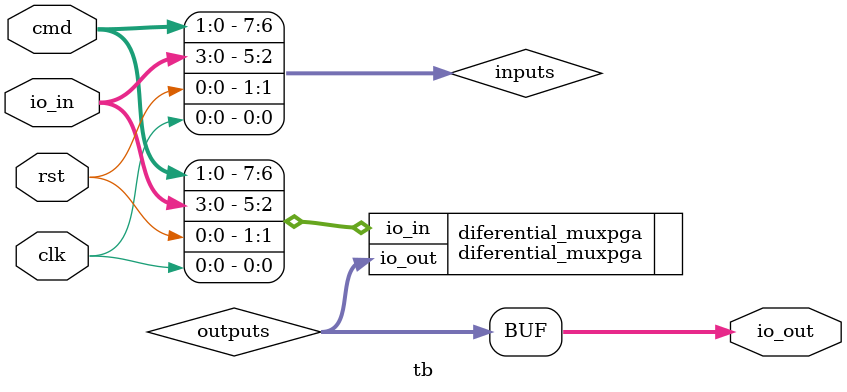
<source format=v>
`default_nettype none
`timescale 1ns/1ps

/*
this testbench just instantiates the module and makes some convenient wires
that can be driven / tested by the cocotb test.py
*/

module tb (
    // testbench is controlled by test.py
    input        clk,
    input        rst,
    input [3:0]  io_in,
    input [1:0]  cmd,
    output [7:0] io_out
   );

    // this part dumps the trace to a vcd file that can be viewed with GTKWave
    initial begin
        $dumpfile ("tb.vcd");
        $dumpvars (0, tb);
        #1;
    end

    // wire up the inputs and outputs
    wire [7:0] inputs = {cmd, io_in, rst, clk};
    wire [7:0] outputs;
    assign io_out = outputs[7:0];

    // instantiate the DUT
    diferential_muxpga diferential_muxpga(
        `ifdef GL_TEST
            .vccd1( 1'b1),
            .vssd1( 1'b0),
        `endif
        .io_in  (inputs),
        .io_out (outputs)
        );

endmodule

</source>
